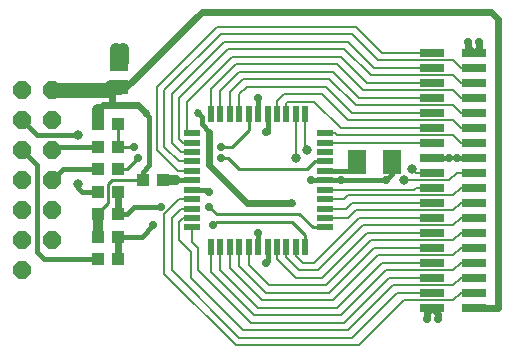
<source format=gtl>
G75*
%MOIN*%
%OFA0B0*%
%FSLAX25Y25*%
%IPPOS*%
%LPD*%
%AMOC8*
5,1,8,0,0,1.08239X$1,22.5*
%
%ADD10R,0.05906X0.07874*%
%ADD11R,0.03937X0.04331*%
%ADD12R,0.05800X0.02000*%
%ADD13R,0.02000X0.05800*%
%ADD14R,0.08071X0.02992*%
%ADD15OC8,0.06000*%
%ADD16R,0.06299X0.05118*%
%ADD17C,0.01600*%
%ADD18C,0.02781*%
%ADD19C,0.02400*%
%ADD20C,0.04000*%
%ADD21C,0.02700*%
%ADD22C,0.03200*%
%ADD23C,0.01000*%
%ADD24C,0.05000*%
%ADD25C,0.00800*%
%ADD26C,0.03175*%
D10*
X0129644Y0144085D03*
X0141456Y0144085D03*
D11*
X0065146Y0137835D03*
X0058454Y0137835D03*
X0050146Y0134085D03*
X0050146Y0141585D03*
X0043454Y0141585D03*
X0043454Y0134085D03*
X0043454Y0126585D03*
X0050146Y0126585D03*
X0050146Y0119085D03*
X0043454Y0119085D03*
X0043454Y0111585D03*
X0050146Y0111585D03*
X0050146Y0149085D03*
X0043454Y0149085D03*
X0043454Y0156585D03*
X0050146Y0156585D03*
D12*
X0074700Y0153535D03*
X0074700Y0150435D03*
X0074700Y0147235D03*
X0074700Y0144135D03*
X0074700Y0140935D03*
X0074700Y0137835D03*
X0074700Y0134735D03*
X0074700Y0131535D03*
X0074700Y0128435D03*
X0074700Y0125235D03*
X0074700Y0122135D03*
X0118900Y0122135D03*
X0118900Y0125235D03*
X0118900Y0128435D03*
X0118900Y0131535D03*
X0118900Y0134735D03*
X0118900Y0137835D03*
X0118900Y0140935D03*
X0118900Y0144135D03*
X0118900Y0147235D03*
X0118900Y0150435D03*
X0118900Y0153535D03*
D13*
X0112500Y0159935D03*
X0109400Y0159935D03*
X0106200Y0159935D03*
X0103100Y0159935D03*
X0099900Y0159935D03*
X0096800Y0159935D03*
X0093700Y0159935D03*
X0090500Y0159935D03*
X0087400Y0159935D03*
X0084200Y0159935D03*
X0081100Y0159935D03*
X0081100Y0115735D03*
X0084200Y0115735D03*
X0087400Y0115735D03*
X0090500Y0115735D03*
X0093700Y0115735D03*
X0096800Y0115735D03*
X0099900Y0115735D03*
X0103100Y0115735D03*
X0106200Y0115735D03*
X0109400Y0115735D03*
X0112500Y0115735D03*
D14*
X0154792Y0115335D03*
X0154792Y0110335D03*
X0154792Y0105335D03*
X0154792Y0100335D03*
X0154792Y0095335D03*
X0168808Y0095335D03*
X0168808Y0100335D03*
X0168808Y0105335D03*
X0168808Y0110335D03*
X0168808Y0115335D03*
X0168808Y0120335D03*
X0168808Y0125335D03*
X0168808Y0130335D03*
X0168808Y0135335D03*
X0168808Y0140335D03*
X0168808Y0145335D03*
X0168808Y0150335D03*
X0168808Y0155335D03*
X0168808Y0160335D03*
X0168808Y0165335D03*
X0168808Y0170335D03*
X0168808Y0175335D03*
X0168808Y0180335D03*
X0154792Y0180335D03*
X0154792Y0175335D03*
X0154792Y0170335D03*
X0154792Y0165335D03*
X0154792Y0160335D03*
X0154792Y0155335D03*
X0154792Y0150335D03*
X0154792Y0145335D03*
X0154792Y0140335D03*
X0154792Y0135335D03*
X0154792Y0130335D03*
X0154792Y0125335D03*
X0154792Y0120335D03*
D15*
X0028050Y0117835D03*
X0028050Y0127835D03*
X0028050Y0137835D03*
X0028050Y0147835D03*
X0028050Y0157835D03*
X0028050Y0167835D03*
X0018050Y0167835D03*
X0018050Y0157835D03*
X0018050Y0147835D03*
X0018050Y0137835D03*
X0018050Y0127835D03*
X0018050Y0117835D03*
X0018050Y0107835D03*
D16*
X0050550Y0168898D03*
X0050550Y0176772D03*
D17*
X0059300Y0160335D02*
X0060550Y0159085D01*
X0060550Y0142835D01*
X0058454Y0140739D01*
X0058454Y0137835D01*
X0055550Y0129085D02*
X0053050Y0126585D01*
X0050146Y0126585D01*
X0055550Y0129085D02*
X0064300Y0129085D01*
X0061800Y0122835D02*
X0058050Y0119085D01*
X0050146Y0119085D01*
X0043454Y0111585D02*
X0025550Y0111585D01*
X0023050Y0114085D01*
X0023050Y0142835D01*
X0018050Y0147835D01*
X0023050Y0152835D02*
X0036800Y0152835D01*
X0043454Y0149085D02*
X0029300Y0149085D01*
X0028050Y0147835D01*
X0023050Y0152835D02*
X0018050Y0157835D01*
X0031800Y0141585D02*
X0028050Y0137835D01*
X0031800Y0141585D02*
X0043454Y0141585D01*
X0043454Y0134085D02*
X0038050Y0134085D01*
X0036800Y0135335D01*
X0036800Y0136585D01*
X0069300Y0137835D02*
X0074700Y0137835D01*
X0074700Y0134735D02*
X0079900Y0134735D01*
X0080550Y0134085D01*
X0096800Y0120335D02*
X0096800Y0115735D01*
X0099900Y0115735D02*
X0099900Y0110935D01*
X0099300Y0110335D01*
X0114300Y0137835D02*
X0116800Y0137835D01*
X0118900Y0137835D02*
X0139300Y0137835D01*
X0141456Y0139991D01*
X0141456Y0144085D01*
X0129644Y0144085D02*
X0129644Y0140935D01*
X0118900Y0140935D01*
X0099900Y0154085D02*
X0099900Y0159935D01*
X0096800Y0159935D02*
X0096800Y0165335D01*
X0099300Y0154085D02*
X0099900Y0154085D01*
X0080550Y0154085D02*
X0078050Y0156585D01*
X0078050Y0159085D01*
X0076800Y0160335D01*
X0154792Y0145335D02*
X0160550Y0145335D01*
X0163050Y0145335D02*
X0168808Y0145335D01*
D18*
X0163050Y0145335D03*
X0160550Y0145335D03*
X0139300Y0137835D03*
X0124300Y0137835D03*
X0114300Y0137835D03*
X0099300Y0154085D03*
X0096800Y0165335D03*
X0084300Y0149085D03*
X0084300Y0145335D03*
X0080550Y0134085D03*
X0080550Y0129085D03*
X0081800Y0122835D03*
X0096800Y0120335D03*
X0099300Y0110335D03*
X0069300Y0137835D03*
X0064300Y0129085D03*
X0061800Y0122835D03*
X0056800Y0145335D03*
X0055550Y0149085D03*
X0051800Y0181585D03*
X0049300Y0181585D03*
X0153050Y0091585D03*
X0156800Y0091585D03*
X0166800Y0184085D03*
X0170550Y0184085D03*
D19*
X0170550Y0182077D01*
X0168808Y0180335D01*
X0166800Y0182343D01*
X0166800Y0184085D01*
X0176800Y0191585D02*
X0174300Y0194085D01*
X0078050Y0194085D01*
X0052863Y0168898D01*
X0050550Y0168898D01*
X0048050Y0166585D02*
X0048050Y0162835D01*
X0045107Y0162835D01*
X0043454Y0161182D01*
X0043050Y0156989D02*
X0043454Y0156585D01*
X0048050Y0162835D02*
X0056800Y0162835D01*
X0059300Y0160335D01*
X0048050Y0166585D02*
X0046800Y0167835D01*
X0050146Y0134085D02*
X0050146Y0126585D01*
X0050146Y0119085D02*
X0050146Y0111585D01*
X0080550Y0142835D02*
X0080550Y0154085D01*
X0080550Y0142835D02*
X0093050Y0130335D01*
X0108050Y0130335D01*
X0153050Y0093593D02*
X0153050Y0091585D01*
X0153050Y0093593D02*
X0154792Y0095335D01*
X0156800Y0093327D01*
X0156800Y0091585D01*
X0168808Y0095335D02*
X0176800Y0095335D01*
X0176800Y0191585D01*
D20*
X0051800Y0181585D02*
X0051800Y0178022D01*
X0051798Y0177954D01*
X0051793Y0177887D01*
X0051784Y0177820D01*
X0051771Y0177753D01*
X0051754Y0177688D01*
X0051735Y0177623D01*
X0051711Y0177559D01*
X0051684Y0177497D01*
X0051654Y0177436D01*
X0051621Y0177378D01*
X0051585Y0177321D01*
X0051545Y0177266D01*
X0051503Y0177213D01*
X0051457Y0177162D01*
X0051410Y0177115D01*
X0051359Y0177069D01*
X0051306Y0177027D01*
X0051251Y0176987D01*
X0051194Y0176951D01*
X0051136Y0176918D01*
X0051075Y0176888D01*
X0051013Y0176861D01*
X0050949Y0176837D01*
X0050884Y0176818D01*
X0050819Y0176801D01*
X0050752Y0176788D01*
X0050685Y0176779D01*
X0050618Y0176774D01*
X0050550Y0176772D01*
X0050550Y0176585D02*
X0050482Y0176587D01*
X0050415Y0176592D01*
X0050348Y0176601D01*
X0050281Y0176614D01*
X0050216Y0176631D01*
X0050151Y0176650D01*
X0050087Y0176674D01*
X0050025Y0176701D01*
X0049964Y0176731D01*
X0049906Y0176764D01*
X0049849Y0176800D01*
X0049794Y0176840D01*
X0049741Y0176882D01*
X0049690Y0176928D01*
X0049643Y0176975D01*
X0049597Y0177026D01*
X0049555Y0177079D01*
X0049515Y0177134D01*
X0049479Y0177191D01*
X0049446Y0177249D01*
X0049416Y0177310D01*
X0049389Y0177372D01*
X0049365Y0177436D01*
X0049346Y0177501D01*
X0049329Y0177566D01*
X0049316Y0177633D01*
X0049307Y0177700D01*
X0049302Y0177767D01*
X0049300Y0177835D01*
X0049300Y0181585D01*
X0043454Y0161182D02*
X0043454Y0156585D01*
D21*
X0059300Y0160335D03*
X0076800Y0160335D03*
X0108050Y0130335D03*
D22*
X0069300Y0137835D02*
X0065146Y0137835D01*
X0043454Y0126585D02*
X0043454Y0119085D01*
D23*
X0043454Y0126585D02*
X0043454Y0126989D01*
X0046800Y0130335D01*
X0046800Y0136585D01*
X0048050Y0137835D01*
X0058454Y0137835D01*
X0053050Y0141585D02*
X0056800Y0145335D01*
X0055550Y0149085D02*
X0050146Y0149085D01*
X0050146Y0156585D01*
X0050146Y0141585D02*
X0053050Y0141585D01*
X0080550Y0129085D02*
X0083050Y0126585D01*
X0110550Y0126585D01*
X0115000Y0122135D01*
X0118900Y0122135D01*
X0112500Y0119635D02*
X0108050Y0124085D01*
X0083050Y0124085D01*
X0081800Y0122835D01*
X0090550Y0141585D02*
X0086800Y0145335D01*
X0084300Y0145335D01*
X0084300Y0149085D02*
X0088050Y0149085D01*
X0093700Y0154735D01*
X0093700Y0159935D01*
X0090550Y0141585D02*
X0113050Y0141585D01*
X0115600Y0144135D01*
X0118900Y0144135D01*
X0112500Y0119635D02*
X0112500Y0115735D01*
D24*
X0050550Y0168898D02*
X0047863Y0168898D01*
X0046800Y0167835D01*
X0028050Y0167835D01*
D25*
X0089300Y0082835D02*
X0130550Y0082835D01*
X0145550Y0097835D01*
X0161800Y0097835D01*
X0164300Y0100335D01*
X0168808Y0100335D01*
X0168808Y0105335D02*
X0164300Y0105335D01*
X0161800Y0102835D01*
X0141800Y0102835D01*
X0126800Y0087835D01*
X0091800Y0087835D01*
X0074300Y0105335D01*
X0074300Y0114085D01*
X0070550Y0117835D01*
X0070550Y0124085D01*
X0071700Y0125235D01*
X0074700Y0125235D01*
X0074700Y0122135D02*
X0074700Y0117435D01*
X0076800Y0115335D01*
X0076800Y0107835D01*
X0094300Y0090335D01*
X0125550Y0090335D01*
X0140550Y0105335D01*
X0154792Y0105335D01*
X0154792Y0100335D02*
X0143050Y0100335D01*
X0128050Y0085335D01*
X0090550Y0085335D01*
X0068050Y0107835D01*
X0068050Y0125335D01*
X0071150Y0128435D01*
X0074700Y0128435D01*
X0074700Y0131535D02*
X0070500Y0131535D01*
X0065550Y0126585D01*
X0065550Y0106585D01*
X0089300Y0082835D01*
X0095550Y0092835D02*
X0124300Y0092835D01*
X0139300Y0107835D01*
X0161800Y0107835D01*
X0164300Y0110335D01*
X0168808Y0110335D01*
X0168808Y0115335D02*
X0164300Y0115335D01*
X0161800Y0112835D01*
X0136800Y0112835D01*
X0121800Y0097835D01*
X0098050Y0097835D01*
X0087400Y0108485D01*
X0087400Y0115735D01*
X0090500Y0115735D02*
X0090500Y0109135D01*
X0099300Y0100335D01*
X0120550Y0100335D01*
X0135550Y0115335D01*
X0154792Y0115335D01*
X0154792Y0110335D02*
X0138050Y0110335D01*
X0123050Y0095335D01*
X0096800Y0095335D01*
X0084200Y0107935D01*
X0084200Y0115735D01*
X0081100Y0115735D02*
X0081100Y0107285D01*
X0095550Y0092835D01*
X0100550Y0102835D02*
X0119300Y0102835D01*
X0134300Y0117835D01*
X0161800Y0117835D01*
X0164300Y0120335D01*
X0168808Y0120335D01*
X0168808Y0125335D02*
X0164300Y0125335D01*
X0161800Y0122835D01*
X0131800Y0122835D01*
X0116800Y0107835D01*
X0110550Y0107835D01*
X0106200Y0112185D01*
X0106200Y0115735D01*
X0103100Y0115735D02*
X0103100Y0111535D01*
X0109300Y0105335D01*
X0118050Y0105335D01*
X0133050Y0120335D01*
X0154792Y0120335D01*
X0154792Y0125335D02*
X0130550Y0125335D01*
X0115550Y0110335D01*
X0111800Y0110335D01*
X0109400Y0112735D01*
X0109400Y0115735D01*
X0118900Y0125235D02*
X0126700Y0125235D01*
X0129300Y0127835D01*
X0161800Y0127835D01*
X0164300Y0130335D01*
X0168808Y0130335D01*
X0168808Y0135335D02*
X0164300Y0135335D01*
X0161800Y0132835D01*
X0126800Y0132835D01*
X0125500Y0131535D01*
X0118900Y0131535D01*
X0118900Y0128435D02*
X0126150Y0128435D01*
X0128050Y0130335D01*
X0154792Y0130335D01*
X0154792Y0135335D02*
X0149300Y0135335D01*
X0148700Y0134735D01*
X0118900Y0134735D01*
X0109300Y0145335D02*
X0109400Y0147735D01*
X0109400Y0159935D01*
X0112500Y0159935D02*
X0112500Y0148385D01*
X0113050Y0147835D01*
X0118900Y0150435D02*
X0119000Y0150335D01*
X0154792Y0150335D01*
X0154792Y0155335D02*
X0124300Y0155335D01*
X0115550Y0164085D01*
X0106800Y0164085D01*
X0106200Y0163485D01*
X0106200Y0159935D01*
X0103100Y0159935D02*
X0103100Y0164135D01*
X0105550Y0166585D01*
X0118050Y0166585D01*
X0126800Y0157835D01*
X0161800Y0157835D01*
X0164300Y0155335D01*
X0168808Y0155335D01*
X0168808Y0150335D02*
X0164300Y0150335D01*
X0161800Y0152835D01*
X0123050Y0152835D01*
X0122350Y0153535D01*
X0118900Y0153535D01*
X0128050Y0160335D02*
X0154792Y0160335D01*
X0154792Y0165335D02*
X0130550Y0165335D01*
X0121800Y0174085D01*
X0090550Y0174085D01*
X0084200Y0167735D01*
X0084200Y0159935D01*
X0081100Y0159935D02*
X0081100Y0168385D01*
X0089300Y0176585D01*
X0123050Y0176585D01*
X0131800Y0167835D01*
X0161800Y0167835D01*
X0164300Y0165335D01*
X0168808Y0165335D01*
X0168808Y0160335D02*
X0164300Y0160335D01*
X0161800Y0162835D01*
X0129300Y0162835D01*
X0120550Y0171585D01*
X0091800Y0171585D01*
X0087400Y0167185D01*
X0087400Y0159935D01*
X0090500Y0159935D02*
X0090500Y0166535D01*
X0093050Y0169085D01*
X0119300Y0169085D01*
X0128050Y0160335D01*
X0133050Y0170335D02*
X0154792Y0170335D01*
X0154792Y0175335D02*
X0135550Y0175335D01*
X0126800Y0184085D01*
X0085550Y0184085D01*
X0068050Y0166585D01*
X0068050Y0150335D01*
X0071150Y0147235D01*
X0074700Y0147235D01*
X0074700Y0144135D02*
X0070500Y0144135D01*
X0065550Y0149085D01*
X0065550Y0167835D01*
X0084300Y0186585D01*
X0128050Y0186585D01*
X0136800Y0177835D01*
X0161800Y0177835D01*
X0164300Y0175335D01*
X0168808Y0175335D01*
X0168808Y0170335D02*
X0164300Y0170335D01*
X0161800Y0172835D01*
X0134300Y0172835D01*
X0125550Y0181585D01*
X0086800Y0181585D01*
X0070550Y0165335D01*
X0070550Y0151585D01*
X0071800Y0150335D01*
X0071900Y0150435D01*
X0074700Y0150435D01*
X0074700Y0153535D02*
X0073050Y0153535D01*
X0073050Y0164085D01*
X0088050Y0179085D01*
X0124300Y0179085D01*
X0133050Y0170335D01*
X0138050Y0180335D02*
X0154792Y0180335D01*
X0138050Y0180335D02*
X0129300Y0189085D01*
X0083050Y0189085D01*
X0063050Y0169085D01*
X0063050Y0147835D01*
X0069950Y0140935D01*
X0074700Y0140935D01*
X0093700Y0115735D02*
X0093700Y0109685D01*
X0100550Y0102835D01*
X0145550Y0137835D02*
X0160550Y0137835D01*
X0163050Y0140335D01*
X0168808Y0140335D01*
X0154792Y0140335D02*
X0149300Y0140335D01*
X0148050Y0141585D01*
D26*
X0148050Y0141585D03*
X0145550Y0137835D03*
X0113050Y0147835D03*
X0109300Y0145335D03*
X0036800Y0152835D03*
X0036800Y0136585D03*
M02*

</source>
